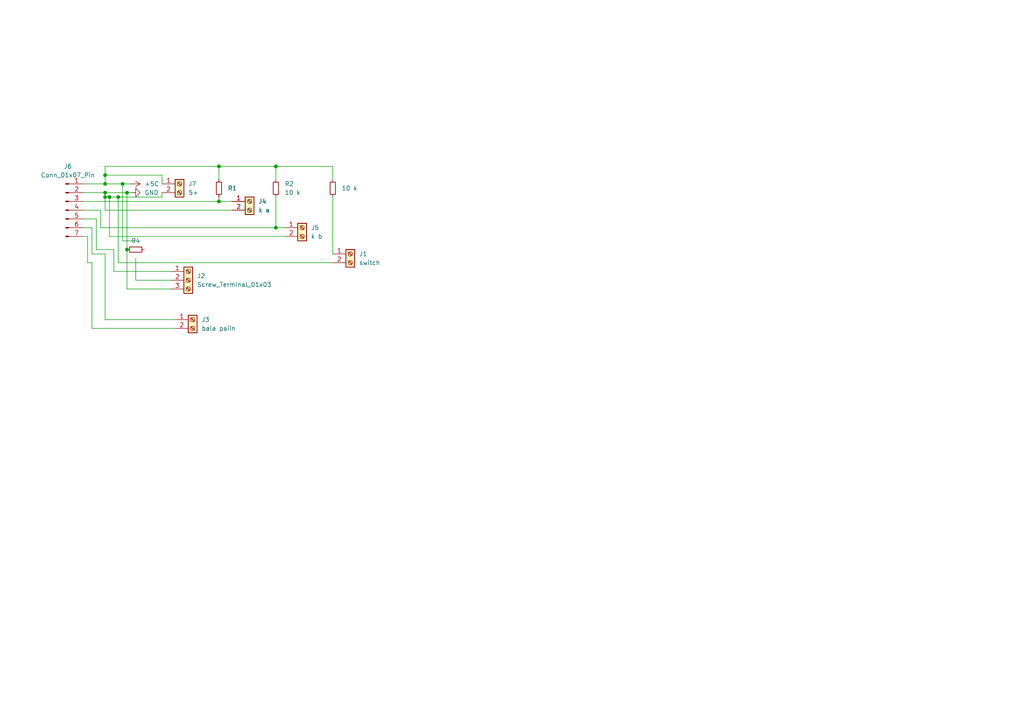
<source format=kicad_sch>
(kicad_sch (version 20231120) (generator "eeschema") (generator_version "8.0")
  (paper "A4")
  (lib_symbols
    (symbol "Connector:Conn_01x07_Pin" (pin_names (offset 1.016) hide)
      (property "Reference" "J" (at 0 10.16 0))
      (property "Value" "Conn_01x07_Pin" (at 0 -10.16 0))
      (symbol "Conn_01x07_Pin_1_1"
        (polyline (pts (xy 1.27 -7.62) (xy 0.8636 -7.62)) (stroke (width 0.1524)))
        (polyline (pts (xy 1.27 -5.08) (xy 0.8636 -5.08)) (stroke (width 0.1524)))
        (polyline (pts (xy 1.27 -2.54) (xy 0.8636 -2.54)) (stroke (width 0.1524)))
        (polyline (pts (xy 1.27 0) (xy 0.8636 0)) (stroke (width 0.1524)))
        (polyline (pts (xy 1.27 2.54) (xy 0.8636 2.54)) (stroke (width 0.1524)))
        (polyline (pts (xy 1.27 5.08) (xy 0.8636 5.08)) (stroke (width 0.1524)))
        (polyline (pts (xy 1.27 7.62) (xy 0.8636 7.62)) (stroke (width 0.1524)))
        (rectangle (start 0.8636 -7.493) (end 0 -7.747) (stroke (width 0.1524)) (fill (type outline)))
        (rectangle (start 0.8636 -4.953) (end 0 -5.207) (stroke (width 0.1524)) (fill (type outline)))
        (rectangle (start 0.8636 -2.413) (end 0 -2.667) (stroke (width 0.1524)) (fill (type outline)))
        (rectangle (start 0.8636 0.127) (end 0 -0.127) (stroke (width 0.1524)) (fill (type outline)))
        (rectangle (start 0.8636 2.667) (end 0 2.413) (stroke (width 0.1524)) (fill (type outline)))
        (rectangle (start 0.8636 5.207) (end 0 4.953) (stroke (width 0.1524)) (fill (type outline)))
        (rectangle (start 0.8636 7.747) (end 0 7.493) (stroke (width 0.1524)) (fill (type outline)))
        (pin passive line (at 5.08 7.62 180) (length 3.81) (name "Pin_1") (number "1"))
        (pin passive line (at 5.08 5.08 180) (length 3.81) (name "Pin_2") (number "2"))
        (pin passive line (at 5.08 2.54 180) (length 3.81) (name "Pin_3") (number "3"))
        (pin passive line (at 5.08 0 180) (length 3.81) (name "Pin_4") (number "4"))
        (pin passive line (at 5.08 -2.54 180) (length 3.81) (name "Pin_5") (number "5"))
        (pin passive line (at 5.08 -5.08 180) (length 3.81) (name "Pin_6") (number "6"))
        (pin passive line (at 5.08 -7.62 180) (length 3.81) (name "Pin_7") (number "7"))
      )
    )
    (symbol "Connector:Screw_Terminal_01x02" (pin_names (offset 1.016) hide)
      (property "Reference" "J" (at 0 2.54 0))
      (property "Value" "Screw_Terminal_01x02" (at 0 -5.08 0))
      (symbol "Screw_Terminal_01x02_1_1"
        (rectangle (start -1.27 1.27) (end 1.27 -3.81) (stroke (width 0.254)) (fill (type background)))
        (circle (center 0 -2.54) (radius 0.635) (stroke (width 0.1524)))
        (polyline (pts (xy -0.5334 -2.2098) (xy 0.3302 -3.048)) (stroke (width 0.1524)))
        (polyline (pts (xy -0.5334 0.3302) (xy 0.3302 -0.508)) (stroke (width 0.1524)))
        (polyline (pts (xy -0.3556 -2.032) (xy 0.508 -2.8702)) (stroke (width 0.1524)))
        (polyline (pts (xy -0.3556 0.508) (xy 0.508 -0.3302)) (stroke (width 0.1524)))
        (circle (center 0 0) (radius 0.635) (stroke (width 0.1524)))
        (pin passive line (at -5.08 0 0) (length 3.81) (name "Pin_1") (number "1"))
        (pin passive line (at -5.08 -2.54 0) (length 3.81) (name "Pin_2") (number "2"))
      )
    )
    (symbol "Connector:Screw_Terminal_01x03" (pin_names (offset 1.016) hide)
      (property "Reference" "J" (at 0 5.08 0))
      (property "Value" "Screw_Terminal_01x03" (at 0 -5.08 0))
      (symbol "Screw_Terminal_01x03_1_1"
        (rectangle (start -1.27 3.81) (end 1.27 -3.81) (stroke (width 0.254)) (fill (type background)))
        (circle (center 0 -2.54) (radius 0.635) (stroke (width 0.1524)))
        (polyline (pts (xy -0.5334 -2.2098) (xy 0.3302 -3.048)) (stroke (width 0.1524)))
        (polyline (pts (xy -0.5334 0.3302) (xy 0.3302 -0.508)) (stroke (width 0.1524)))
        (polyline (pts (xy -0.5334 2.8702) (xy 0.3302 2.032)) (stroke (width 0.1524)))
        (polyline (pts (xy -0.3556 -2.032) (xy 0.508 -2.8702)) (stroke (width 0.1524)))
        (polyline (pts (xy -0.3556 0.508) (xy 0.508 -0.3302)) (stroke (width 0.1524)))
        (polyline (pts (xy -0.3556 3.048) (xy 0.508 2.2098)) (stroke (width 0.1524)))
        (circle (center 0 0) (radius 0.635) (stroke (width 0.1524)))
        (circle (center 0 2.54) (radius 0.635) (stroke (width 0.1524)))
        (pin passive line (at -5.08 2.54 0) (length 3.81) (name "Pin_1") (number "1"))
        (pin passive line (at -5.08 0 0) (length 3.81) (name "Pin_2") (number "2"))
        (pin passive line (at -5.08 -2.54 0) (length 3.81) (name "Pin_3") (number "3"))
      )
    )
    (symbol "Device:R_Small" (pin_numbers hide) (pin_names (offset 0.254) hide)
      (property "Reference" "R" (at 0.762 0.508 0))
      (property "Value" "R_Small" (at 0.762 -1.016 0))
      (symbol "R_Small_0_1"
        (rectangle (start -0.762 1.778) (end 0.762 -1.778) (stroke (width 0.2032)))
      )
      (symbol "R_Small_1_1"
        (pin passive line (at 0 2.54 270) (length 0.762) (name "~") (number "1"))
        (pin passive line (at 0 -2.54 90) (length 0.762) (name "~") (number "2"))
      )
    )
    (symbol "power:+5C" (power) (pin_numbers hide) (pin_names (offset 0) hide)
      (property "Value" "+5C" (at 0 3.556 0))
      (symbol "+5C_0_1"
        (polyline (pts (xy -0.762 1.27) (xy 0 2.54)))
        (polyline (pts (xy 0 0) (xy 0 2.54)))
        (polyline (pts (xy 0 2.54) (xy 0.762 1.27)))
      )
      (symbol "+5C_1_1"
        (pin power_in line (at 0 0 90) (length 0) (name "~") (number "1"))
      )
    )
    (symbol "power:GND" (power) (pin_numbers hide) (pin_names (offset 0) hide)
      (property "Value" "GND" (at 0 -3.81 0))
      (symbol "GND_0_1"
        (polyline (pts (xy 0 0) (xy 0 -1.27) (xy 1.27 -1.27) (xy 0 -2.54) (xy -1.27 -1.27) (xy 0 -1.27)))
      )
      (symbol "GND_1_1"
        (pin power_in line (at 0 0 270) (length 0) (name "~") (number "1"))
      )
    )
  )
  (junction (at 63.5 48.26))
  (junction (at 30.48 50.8))
  (junction (at 80.01 66.04))
  (junction (at 63.5 58.42))
  (junction (at 34.29 57.15))
  (junction (at 30.48 57.15))
  (junction (at 36.83 72.39))
  (junction (at 36.83 55.88))
  (junction (at 31.75 57.15))
  (junction (at 30.48 55.88))
  (junction (at 35.56 53.34))
  (junction (at 30.48 53.34))
  (junction (at 80.01 48.26))
  (wire (pts (xy 24.13 63.5) (xy 27.94 63.5)))
  (wire (pts (xy 46.99 55.88) (xy 46.99 57.15)))
  (wire (pts (xy 35.56 53.34) (xy 38.1 53.34)))
  (wire (pts (xy 26.67 73.66) (xy 30.48 73.66)))
  (wire (pts (xy 39.37 74.93) (xy 39.37 81.28)))
  (wire (pts (xy 82.55 68.58) (xy 31.75 68.58)))
  (wire (pts (xy 49.53 83.82) (xy 36.83 83.82)))
  (wire (pts (xy 96.52 57.15) (xy 96.52 73.66)))
  (wire (pts (xy 36.83 55.88) (xy 38.1 55.88)))
  (wire (pts (xy 36.83 55.88) (xy 36.83 72.39)))
  (wire (pts (xy 30.48 48.26) (xy 30.48 50.8)))
  (wire (pts (xy 36.83 72.39) (xy 36.83 83.82)))
  (wire (pts (xy 30.48 92.71) (xy 30.48 73.66)))
  (wire (pts (xy 25.4 76.2) (xy 25.4 68.58)))
  (wire (pts (xy 31.75 68.58) (xy 31.75 57.15)))
  (wire (pts (xy 30.48 57.15) (xy 30.48 60.96)))
  (wire (pts (xy 80.01 48.26) (xy 96.52 48.26)))
  (wire (pts (xy 31.75 57.15) (xy 30.48 57.15)))
  (wire (pts (xy 30.48 50.8) (xy 30.48 53.34)))
  (wire (pts (xy 50.8 95.25) (xy 26.67 95.25)))
  (wire (pts (xy 24.13 66.04) (xy 26.67 66.04)))
  (wire (pts (xy 24.13 55.88) (xy 30.48 55.88)))
  (wire (pts (xy 63.5 48.26) (xy 30.48 48.26)))
  (wire (pts (xy 35.56 53.34) (xy 35.56 69.85)))
  (wire (pts (xy 80.01 48.26) (xy 63.5 48.26)))
  (wire (pts (xy 67.31 60.96) (xy 30.48 60.96)))
  (wire (pts (xy 34.29 57.15) (xy 31.75 57.15)))
  (wire (pts (xy 27.94 63.5) (xy 27.94 72.39)))
  (wire (pts (xy 24.13 60.96) (xy 29.21 60.96)))
  (wire (pts (xy 39.37 81.28) (xy 49.53 81.28)))
  (wire (pts (xy 33.02 78.74) (xy 49.53 78.74)))
  (wire (pts (xy 46.99 57.15) (xy 34.29 57.15)))
  (wire (pts (xy 63.5 58.42) (xy 24.13 58.42)))
  (wire (pts (xy 80.01 57.15) (xy 80.01 66.04)))
  (wire (pts (xy 29.21 60.96) (xy 29.21 66.04)))
  (wire (pts (xy 96.52 76.2) (xy 34.29 76.2)))
  (wire (pts (xy 30.48 53.34) (xy 35.56 53.34)))
  (wire (pts (xy 80.01 52.07) (xy 80.01 48.26)))
  (wire (pts (xy 27.94 72.39) (xy 33.02 72.39)))
  (wire (pts (xy 96.52 52.07) (xy 96.52 48.26)))
  (wire (pts (xy 29.21 66.04) (xy 80.01 66.04)))
  (wire (pts (xy 63.5 52.07) (xy 63.5 48.26)))
  (wire (pts (xy 25.4 76.2) (xy 26.67 76.2)))
  (wire (pts (xy 26.67 66.04) (xy 26.67 73.66)))
  (wire (pts (xy 25.4 68.58) (xy 24.13 68.58)))
  (wire (pts (xy 39.37 69.85) (xy 35.56 69.85)))
  (wire (pts (xy 63.5 58.42) (xy 67.31 58.42)))
  (wire (pts (xy 50.8 92.71) (xy 30.48 92.71)))
  (wire (pts (xy 63.5 57.15) (xy 63.5 58.42)))
  (wire (pts (xy 80.01 66.04) (xy 82.55 66.04)))
  (wire (pts (xy 26.67 95.25) (xy 26.67 76.2)))
  (wire (pts (xy 30.48 55.88) (xy 36.83 55.88)))
  (wire (pts (xy 46.99 50.8) (xy 30.48 50.8)))
  (wire (pts (xy 34.29 76.2) (xy 34.29 57.15)))
  (wire (pts (xy 46.99 53.34) (xy 46.99 50.8)))
  (wire (pts (xy 30.48 53.34) (xy 24.13 53.34)))
  (wire (pts (xy 33.02 72.39) (xy 33.02 78.74)))
  (wire (pts (xy 30.48 55.88) (xy 30.48 57.15)))
  (symbol (lib_id "Connector:Screw_Terminal_01x03") (at 54.61 81.28 0) (unit 1)
    (property "Reference" "J2" (at 57.15 80.0099 0) (effects (justify left)))
    (property "Value" "Screw_Terminal_01x03" (at 57.15 82.5499 0) (effects (justify left)))
    (property "Footprint" "TerminalBlock_MetzConnect:TerminalBlock_MetzConnect_Type011_RT05503HBWC_1x03_P5.00mm_Horizontal" (effects (hide yes)))
    (property "Description" "Generic screw terminal, single row, 01x03, script generated (kicad-library-utils/schlib/autogen/connector/)" (effects (hide yes)))
  )
  (symbol (lib_id "Connector:Screw_Terminal_01x02") (at 101.6 73.66 0) (unit 1)
    (property "Reference" "J1" (at 104.14 73.6599 0) (effects (justify left)))
    (property "Value" "switch" (at 104.14 76.1999 0) (effects (justify left)))
    (property "Footprint" "TerminalBlock_MetzConnect:TerminalBlock_MetzConnect_Type011_RT05502HBWC_1x02_P5.00mm_Horizontal" (effects (hide yes)))
    (property "Description" "Generic screw terminal, single row, 01x02, script generated (kicad-library-utils/schlib/autogen/connector/)" (effects (hide yes)))
  )
  (symbol (lib_id "Device:R_Small") (at 96.52 54.61 180) (unit 1)
    (property "Reference" "R3" (effects (hide yes)))
    (property "Value" "10 k" (at 99.06 54.6099 0) (effects (justify right)))
    (property "Footprint" "Resistor_THT:R_Axial_DIN0204_L3.6mm_D1.6mm_P7.62mm_Horizontal" (effects (hide yes)))
    (property "Description" "Resistor, small symbol" (effects (hide yes)))
  )
  (symbol (lib_id "Device:R_Small") (at 39.37 72.39 90) (unit 1)
    (property "Reference" "R4" (at 39.37 69.85 90))
    (property "Value" "10 k" (effects (hide yes)))
    (property "Footprint" "Resistor_THT:R_Axial_DIN0204_L3.6mm_D1.6mm_P7.62mm_Horizontal" (effects (hide yes)))
    (property "Description" "Resistor, small symbol" (effects (hide yes)))
  )
  (symbol (lib_id "Connector:Screw_Terminal_01x02") (at 55.88 92.71 0) (unit 1)
    (property "Reference" "J3" (at 58.42 92.7099 0) (effects (justify left)))
    (property "Value" "bala paiin" (at 58.42 95.2499 0) (effects (justify left)))
    (property "Footprint" "TerminalBlock_MetzConnect:TerminalBlock_MetzConnect_Type011_RT05502HBWC_1x02_P5.00mm_Horizontal" (effects (hide yes)))
    (property "Description" "Generic screw terminal, single row, 01x02, script generated (kicad-library-utils/schlib/autogen/connector/)" (effects (hide yes)))
  )
  (symbol (lib_id "power:GND") (at 38.1 55.88 90) (unit 1)
    (property "Reference" "#PWR02" (effects (hide yes)))
    (property "Value" "GND" (at 41.91 55.8799 90) (effects (justify right)))
    (property "Description" "Power symbol creates a global label with name \"GND\" , ground" (effects (hide yes)))
  )
  (symbol (lib_id "Device:R_Small") (at 63.5 54.61 180) (unit 1)
    (property "Reference" "R1" (at 66.04 54.6099 0) (effects (justify right)))
    (property "Value" "10 k" (effects (hide yes)))
    (property "Footprint" "Resistor_THT:R_Axial_DIN0204_L3.6mm_D1.6mm_P7.62mm_Horizontal" (effects (hide yes)))
    (property "Description" "Resistor, small symbol" (effects (hide yes)))
  )
  (symbol (lib_id "Connector:Screw_Terminal_01x02") (at 87.63 66.04 0) (unit 1)
    (property "Reference" "J5" (at 90.17 66.0399 0) (effects (justify left)))
    (property "Value" "k b" (at 90.17 68.5799 0) (effects (justify left)))
    (property "Footprint" "TerminalBlock_MetzConnect:TerminalBlock_MetzConnect_Type011_RT05502HBWC_1x02_P5.00mm_Horizontal" (effects (hide yes)))
    (property "Description" "Generic screw terminal, single row, 01x02, script generated (kicad-library-utils/schlib/autogen/connector/)" (effects (hide yes)))
  )
  (symbol (lib_id "Connector:Screw_Terminal_01x02") (at 72.39 58.42 0) (unit 1)
    (property "Reference" "J4" (at 74.93 58.4199 0) (effects (justify left)))
    (property "Value" "k a" (at 74.93 60.9599 0) (effects (justify left)))
    (property "Footprint" "TerminalBlock_MetzConnect:TerminalBlock_MetzConnect_Type011_RT05502HBWC_1x02_P5.00mm_Horizontal" (effects (hide yes)))
    (property "Description" "Generic screw terminal, single row, 01x02, script generated (kicad-library-utils/schlib/autogen/connector/)" (effects (hide yes)))
  )
  (symbol (lib_id "power:+5C") (at 38.1 53.34 270) (unit 1)
    (property "Reference" "#PWR01" (effects (hide yes)))
    (property "Value" "+5C" (at 41.91 53.3399 90) (effects (justify left)))
    (property "Description" "Power symbol creates a global label with name \"+5C\"" (effects (hide yes)))
  )
  (symbol (lib_id "Connector:Conn_01x07_Pin") (at 19.05 60.96 0) (unit 1)
    (property "Reference" "J6" (at 19.685 48.26 0))
    (property "Value" "Conn_01x07_Pin" (at 19.685 50.8 0))
    (property "Footprint" "Connector_TE-Connectivity:TE_826576-7_1x07_P3.96mm_Vertical" (effects (hide yes)))
    (property "Description" "Generic connector, single row, 01x07, script generated" (effects (hide yes)))
  )
  (symbol (lib_id "Device:R_Small") (at 80.01 54.61 180) (unit 1)
    (property "Reference" "R2" (at 82.55 53.3399 0) (effects (justify right)))
    (property "Value" "10 k" (at 82.55 55.8799 0) (effects (justify right)))
    (property "Footprint" "Resistor_THT:R_Axial_DIN0204_L3.6mm_D1.6mm_P7.62mm_Horizontal" (effects (hide yes)))
    (property "Description" "Resistor, small symbol" (effects (hide yes)))
  )
  (symbol (lib_id "Connector:Screw_Terminal_01x02") (at 52.07 53.34 0) (unit 1)
    (property "Reference" "J7" (at 54.61 53.3399 0) (effects (justify left)))
    (property "Value" "5+" (at 54.61 55.8799 0) (effects (justify left)))
    (property "Footprint" "TerminalBlock_MetzConnect:TerminalBlock_MetzConnect_Type011_RT05502HBWC_1x02_P5.00mm_Horizontal" (effects (hide yes)))
    (property "Description" "Generic screw terminal, single row, 01x02, script generated (kicad-library-utils/schlib/autogen/connector/)" (effects (hide yes)))
  )
)
</source>
